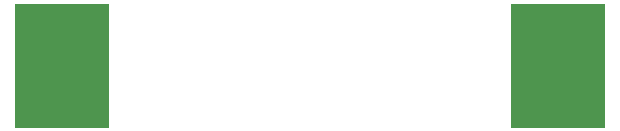
<source format=gbs>
G04 #@! TF.FileFunction,Soldermask,Bot*
%FSLAX46Y46*%
G04 Gerber Fmt 4.6, Leading zero omitted, Abs format (unit mm)*
G04 Created by KiCad (PCBNEW 4.0.6) date 10/14/17 12:55:17*
%MOMM*%
%LPD*%
G01*
G04 APERTURE LIST*
%ADD10C,0.100000*%
%ADD11R,8.020000X10.560000*%
G04 APERTURE END LIST*
D10*
D11*
X173380400Y-88544400D03*
X131368800Y-88544400D03*
M02*

</source>
